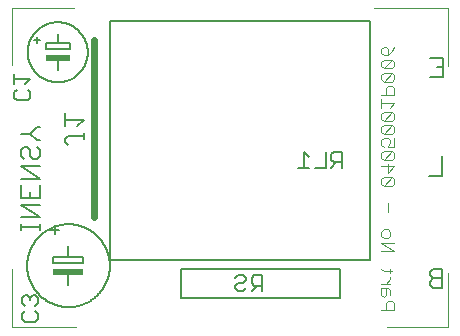
<source format=gto>
G75*
%MOIN*%
%OFA0B0*%
%FSLAX25Y25*%
%IPPOS*%
%LPD*%
%AMOC8*
5,1,8,0,0,1.08239X$1,22.5*
%
%ADD10C,0.00600*%
%ADD11C,0.00500*%
%ADD12C,0.00394*%
%ADD13C,0.00400*%
%ADD14C,0.00787*%
%ADD15C,0.02400*%
%ADD16R,0.08000X0.02000*%
%ADD17R,0.10000X0.02000*%
D10*
X0126714Y0072698D02*
X0126714Y0074833D01*
X0126714Y0073765D02*
X0133120Y0073765D01*
X0133120Y0072698D02*
X0133120Y0074833D01*
X0136674Y0072941D02*
X0139674Y0072941D01*
X0138174Y0074441D02*
X0138174Y0071441D01*
X0142674Y0067441D02*
X0142674Y0063941D01*
X0137674Y0063941D01*
X0137674Y0061941D01*
X0147674Y0061941D01*
X0147674Y0063941D01*
X0142674Y0063941D01*
X0128894Y0060941D02*
X0128898Y0061279D01*
X0128911Y0061617D01*
X0128931Y0061955D01*
X0128960Y0062292D01*
X0128998Y0062628D01*
X0129043Y0062963D01*
X0129097Y0063297D01*
X0129159Y0063629D01*
X0129229Y0063960D01*
X0129307Y0064289D01*
X0129393Y0064616D01*
X0129487Y0064941D01*
X0129590Y0065264D01*
X0129700Y0065583D01*
X0129817Y0065900D01*
X0129943Y0066214D01*
X0130076Y0066525D01*
X0130217Y0066833D01*
X0130365Y0067137D01*
X0130521Y0067437D01*
X0130684Y0067733D01*
X0130854Y0068025D01*
X0131032Y0068313D01*
X0131216Y0068597D01*
X0131408Y0068876D01*
X0131606Y0069150D01*
X0131811Y0069419D01*
X0132022Y0069683D01*
X0132240Y0069942D01*
X0132464Y0070195D01*
X0132694Y0070443D01*
X0132930Y0070685D01*
X0133172Y0070921D01*
X0133420Y0071151D01*
X0133673Y0071375D01*
X0133932Y0071593D01*
X0134196Y0071804D01*
X0134465Y0072009D01*
X0134739Y0072207D01*
X0135018Y0072399D01*
X0135302Y0072583D01*
X0135590Y0072761D01*
X0135882Y0072931D01*
X0136178Y0073094D01*
X0136478Y0073250D01*
X0136782Y0073398D01*
X0137090Y0073539D01*
X0137401Y0073672D01*
X0137715Y0073798D01*
X0138032Y0073915D01*
X0138351Y0074025D01*
X0138674Y0074128D01*
X0138999Y0074222D01*
X0139326Y0074308D01*
X0139655Y0074386D01*
X0139986Y0074456D01*
X0140318Y0074518D01*
X0140652Y0074572D01*
X0140987Y0074617D01*
X0141323Y0074655D01*
X0141660Y0074684D01*
X0141998Y0074704D01*
X0142336Y0074717D01*
X0142674Y0074721D01*
X0143012Y0074717D01*
X0143350Y0074704D01*
X0143688Y0074684D01*
X0144025Y0074655D01*
X0144361Y0074617D01*
X0144696Y0074572D01*
X0145030Y0074518D01*
X0145362Y0074456D01*
X0145693Y0074386D01*
X0146022Y0074308D01*
X0146349Y0074222D01*
X0146674Y0074128D01*
X0146997Y0074025D01*
X0147316Y0073915D01*
X0147633Y0073798D01*
X0147947Y0073672D01*
X0148258Y0073539D01*
X0148566Y0073398D01*
X0148870Y0073250D01*
X0149170Y0073094D01*
X0149466Y0072931D01*
X0149758Y0072761D01*
X0150046Y0072583D01*
X0150330Y0072399D01*
X0150609Y0072207D01*
X0150883Y0072009D01*
X0151152Y0071804D01*
X0151416Y0071593D01*
X0151675Y0071375D01*
X0151928Y0071151D01*
X0152176Y0070921D01*
X0152418Y0070685D01*
X0152654Y0070443D01*
X0152884Y0070195D01*
X0153108Y0069942D01*
X0153326Y0069683D01*
X0153537Y0069419D01*
X0153742Y0069150D01*
X0153940Y0068876D01*
X0154132Y0068597D01*
X0154316Y0068313D01*
X0154494Y0068025D01*
X0154664Y0067733D01*
X0154827Y0067437D01*
X0154983Y0067137D01*
X0155131Y0066833D01*
X0155272Y0066525D01*
X0155405Y0066214D01*
X0155531Y0065900D01*
X0155648Y0065583D01*
X0155758Y0065264D01*
X0155861Y0064941D01*
X0155955Y0064616D01*
X0156041Y0064289D01*
X0156119Y0063960D01*
X0156189Y0063629D01*
X0156251Y0063297D01*
X0156305Y0062963D01*
X0156350Y0062628D01*
X0156388Y0062292D01*
X0156417Y0061955D01*
X0156437Y0061617D01*
X0156450Y0061279D01*
X0156454Y0060941D01*
X0156450Y0060603D01*
X0156437Y0060265D01*
X0156417Y0059927D01*
X0156388Y0059590D01*
X0156350Y0059254D01*
X0156305Y0058919D01*
X0156251Y0058585D01*
X0156189Y0058253D01*
X0156119Y0057922D01*
X0156041Y0057593D01*
X0155955Y0057266D01*
X0155861Y0056941D01*
X0155758Y0056618D01*
X0155648Y0056299D01*
X0155531Y0055982D01*
X0155405Y0055668D01*
X0155272Y0055357D01*
X0155131Y0055049D01*
X0154983Y0054745D01*
X0154827Y0054445D01*
X0154664Y0054149D01*
X0154494Y0053857D01*
X0154316Y0053569D01*
X0154132Y0053285D01*
X0153940Y0053006D01*
X0153742Y0052732D01*
X0153537Y0052463D01*
X0153326Y0052199D01*
X0153108Y0051940D01*
X0152884Y0051687D01*
X0152654Y0051439D01*
X0152418Y0051197D01*
X0152176Y0050961D01*
X0151928Y0050731D01*
X0151675Y0050507D01*
X0151416Y0050289D01*
X0151152Y0050078D01*
X0150883Y0049873D01*
X0150609Y0049675D01*
X0150330Y0049483D01*
X0150046Y0049299D01*
X0149758Y0049121D01*
X0149466Y0048951D01*
X0149170Y0048788D01*
X0148870Y0048632D01*
X0148566Y0048484D01*
X0148258Y0048343D01*
X0147947Y0048210D01*
X0147633Y0048084D01*
X0147316Y0047967D01*
X0146997Y0047857D01*
X0146674Y0047754D01*
X0146349Y0047660D01*
X0146022Y0047574D01*
X0145693Y0047496D01*
X0145362Y0047426D01*
X0145030Y0047364D01*
X0144696Y0047310D01*
X0144361Y0047265D01*
X0144025Y0047227D01*
X0143688Y0047198D01*
X0143350Y0047178D01*
X0143012Y0047165D01*
X0142674Y0047161D01*
X0142336Y0047165D01*
X0141998Y0047178D01*
X0141660Y0047198D01*
X0141323Y0047227D01*
X0140987Y0047265D01*
X0140652Y0047310D01*
X0140318Y0047364D01*
X0139986Y0047426D01*
X0139655Y0047496D01*
X0139326Y0047574D01*
X0138999Y0047660D01*
X0138674Y0047754D01*
X0138351Y0047857D01*
X0138032Y0047967D01*
X0137715Y0048084D01*
X0137401Y0048210D01*
X0137090Y0048343D01*
X0136782Y0048484D01*
X0136478Y0048632D01*
X0136178Y0048788D01*
X0135882Y0048951D01*
X0135590Y0049121D01*
X0135302Y0049299D01*
X0135018Y0049483D01*
X0134739Y0049675D01*
X0134465Y0049873D01*
X0134196Y0050078D01*
X0133932Y0050289D01*
X0133673Y0050507D01*
X0133420Y0050731D01*
X0133172Y0050961D01*
X0132930Y0051197D01*
X0132694Y0051439D01*
X0132464Y0051687D01*
X0132240Y0051940D01*
X0132022Y0052199D01*
X0131811Y0052463D01*
X0131606Y0052732D01*
X0131408Y0053006D01*
X0131216Y0053285D01*
X0131032Y0053569D01*
X0130854Y0053857D01*
X0130684Y0054149D01*
X0130521Y0054445D01*
X0130365Y0054745D01*
X0130217Y0055049D01*
X0130076Y0055357D01*
X0129943Y0055668D01*
X0129817Y0055982D01*
X0129700Y0056299D01*
X0129590Y0056618D01*
X0129487Y0056941D01*
X0129393Y0057266D01*
X0129307Y0057593D01*
X0129229Y0057922D01*
X0129159Y0058253D01*
X0129097Y0058585D01*
X0129043Y0058919D01*
X0128998Y0059254D01*
X0128960Y0059590D01*
X0128931Y0059927D01*
X0128911Y0060265D01*
X0128898Y0060603D01*
X0128894Y0060941D01*
X0142674Y0058441D02*
X0142674Y0054441D01*
X0180296Y0050028D02*
X0180296Y0059965D01*
X0233103Y0059965D01*
X0233103Y0050028D01*
X0180296Y0050028D01*
X0198278Y0053386D02*
X0199163Y0052501D01*
X0200933Y0052501D01*
X0201818Y0053386D01*
X0200933Y0055156D02*
X0199163Y0055156D01*
X0198278Y0054271D01*
X0198278Y0053386D01*
X0200933Y0055156D02*
X0201818Y0056041D01*
X0201818Y0056926D01*
X0200933Y0057811D01*
X0199163Y0057811D01*
X0198278Y0056926D01*
X0203716Y0056926D02*
X0203716Y0055156D01*
X0204601Y0054271D01*
X0207256Y0054271D01*
X0207256Y0052501D02*
X0207256Y0057811D01*
X0204601Y0057811D01*
X0203716Y0056926D01*
X0205486Y0054271D02*
X0203716Y0052501D01*
X0263064Y0054533D02*
X0264132Y0053465D01*
X0267335Y0053465D01*
X0267335Y0059871D01*
X0264132Y0059871D01*
X0263064Y0058803D01*
X0263064Y0057736D01*
X0264132Y0056668D01*
X0267335Y0056668D01*
X0264132Y0056668D02*
X0263064Y0055601D01*
X0263064Y0054533D01*
X0262946Y0090965D02*
X0267216Y0090965D01*
X0267216Y0097371D01*
X0267610Y0123898D02*
X0263340Y0123898D01*
X0267610Y0123898D02*
X0267610Y0130304D01*
X0263340Y0130304D01*
X0265475Y0127101D02*
X0267610Y0127101D01*
X0147765Y0109585D02*
X0141360Y0109585D01*
X0141360Y0107450D02*
X0141360Y0111721D01*
X0145630Y0107450D02*
X0147765Y0109585D01*
X0147765Y0105275D02*
X0147765Y0103140D01*
X0147765Y0104207D02*
X0142427Y0104207D01*
X0141360Y0103140D01*
X0141360Y0102072D01*
X0142427Y0101005D01*
X0133120Y0099534D02*
X0133120Y0097399D01*
X0132052Y0096331D01*
X0130984Y0096331D01*
X0129917Y0097399D01*
X0129917Y0099534D01*
X0128849Y0100601D01*
X0127782Y0100601D01*
X0126714Y0099534D01*
X0126714Y0097399D01*
X0127782Y0096331D01*
X0126714Y0094156D02*
X0133120Y0094156D01*
X0133120Y0089886D02*
X0126714Y0089886D01*
X0126714Y0087710D02*
X0126714Y0083440D01*
X0133120Y0083440D01*
X0133120Y0087710D01*
X0133120Y0089886D02*
X0126714Y0094156D01*
X0133120Y0099534D02*
X0132052Y0100601D01*
X0132052Y0102777D02*
X0129917Y0104912D01*
X0126714Y0104912D01*
X0129917Y0104912D02*
X0132052Y0107047D01*
X0133120Y0107047D01*
X0133120Y0102777D02*
X0132052Y0102777D01*
X0129029Y0115995D02*
X0125489Y0115995D01*
X0124604Y0116880D01*
X0124604Y0118650D01*
X0125489Y0119535D01*
X0129029Y0119535D02*
X0129914Y0118650D01*
X0129914Y0116880D01*
X0129029Y0115995D01*
X0128144Y0121433D02*
X0129914Y0123203D01*
X0124604Y0123203D01*
X0124604Y0121433D02*
X0124604Y0124973D01*
X0135091Y0133083D02*
X0135091Y0135083D01*
X0139091Y0135083D01*
X0143091Y0135083D01*
X0143091Y0133083D01*
X0135091Y0133083D01*
X0133091Y0136083D02*
X0131091Y0136083D01*
X0132091Y0137083D02*
X0132091Y0135083D01*
X0139091Y0135083D02*
X0139091Y0138083D01*
X0129091Y0132083D02*
X0129094Y0132328D01*
X0129103Y0132574D01*
X0129118Y0132819D01*
X0129139Y0133063D01*
X0129166Y0133307D01*
X0129199Y0133550D01*
X0129238Y0133793D01*
X0129283Y0134034D01*
X0129334Y0134274D01*
X0129391Y0134513D01*
X0129453Y0134750D01*
X0129522Y0134986D01*
X0129596Y0135220D01*
X0129676Y0135452D01*
X0129761Y0135682D01*
X0129852Y0135910D01*
X0129949Y0136135D01*
X0130051Y0136359D01*
X0130159Y0136579D01*
X0130272Y0136797D01*
X0130390Y0137012D01*
X0130514Y0137224D01*
X0130642Y0137433D01*
X0130776Y0137639D01*
X0130915Y0137841D01*
X0131059Y0138040D01*
X0131208Y0138235D01*
X0131361Y0138427D01*
X0131519Y0138615D01*
X0131681Y0138799D01*
X0131849Y0138978D01*
X0132020Y0139154D01*
X0132196Y0139325D01*
X0132375Y0139493D01*
X0132559Y0139655D01*
X0132747Y0139813D01*
X0132939Y0139966D01*
X0133134Y0140115D01*
X0133333Y0140259D01*
X0133535Y0140398D01*
X0133741Y0140532D01*
X0133950Y0140660D01*
X0134162Y0140784D01*
X0134377Y0140902D01*
X0134595Y0141015D01*
X0134815Y0141123D01*
X0135039Y0141225D01*
X0135264Y0141322D01*
X0135492Y0141413D01*
X0135722Y0141498D01*
X0135954Y0141578D01*
X0136188Y0141652D01*
X0136424Y0141721D01*
X0136661Y0141783D01*
X0136900Y0141840D01*
X0137140Y0141891D01*
X0137381Y0141936D01*
X0137624Y0141975D01*
X0137867Y0142008D01*
X0138111Y0142035D01*
X0138355Y0142056D01*
X0138600Y0142071D01*
X0138846Y0142080D01*
X0139091Y0142083D01*
X0139336Y0142080D01*
X0139582Y0142071D01*
X0139827Y0142056D01*
X0140071Y0142035D01*
X0140315Y0142008D01*
X0140558Y0141975D01*
X0140801Y0141936D01*
X0141042Y0141891D01*
X0141282Y0141840D01*
X0141521Y0141783D01*
X0141758Y0141721D01*
X0141994Y0141652D01*
X0142228Y0141578D01*
X0142460Y0141498D01*
X0142690Y0141413D01*
X0142918Y0141322D01*
X0143143Y0141225D01*
X0143367Y0141123D01*
X0143587Y0141015D01*
X0143805Y0140902D01*
X0144020Y0140784D01*
X0144232Y0140660D01*
X0144441Y0140532D01*
X0144647Y0140398D01*
X0144849Y0140259D01*
X0145048Y0140115D01*
X0145243Y0139966D01*
X0145435Y0139813D01*
X0145623Y0139655D01*
X0145807Y0139493D01*
X0145986Y0139325D01*
X0146162Y0139154D01*
X0146333Y0138978D01*
X0146501Y0138799D01*
X0146663Y0138615D01*
X0146821Y0138427D01*
X0146974Y0138235D01*
X0147123Y0138040D01*
X0147267Y0137841D01*
X0147406Y0137639D01*
X0147540Y0137433D01*
X0147668Y0137224D01*
X0147792Y0137012D01*
X0147910Y0136797D01*
X0148023Y0136579D01*
X0148131Y0136359D01*
X0148233Y0136135D01*
X0148330Y0135910D01*
X0148421Y0135682D01*
X0148506Y0135452D01*
X0148586Y0135220D01*
X0148660Y0134986D01*
X0148729Y0134750D01*
X0148791Y0134513D01*
X0148848Y0134274D01*
X0148899Y0134034D01*
X0148944Y0133793D01*
X0148983Y0133550D01*
X0149016Y0133307D01*
X0149043Y0133063D01*
X0149064Y0132819D01*
X0149079Y0132574D01*
X0149088Y0132328D01*
X0149091Y0132083D01*
X0149088Y0131838D01*
X0149079Y0131592D01*
X0149064Y0131347D01*
X0149043Y0131103D01*
X0149016Y0130859D01*
X0148983Y0130616D01*
X0148944Y0130373D01*
X0148899Y0130132D01*
X0148848Y0129892D01*
X0148791Y0129653D01*
X0148729Y0129416D01*
X0148660Y0129180D01*
X0148586Y0128946D01*
X0148506Y0128714D01*
X0148421Y0128484D01*
X0148330Y0128256D01*
X0148233Y0128031D01*
X0148131Y0127807D01*
X0148023Y0127587D01*
X0147910Y0127369D01*
X0147792Y0127154D01*
X0147668Y0126942D01*
X0147540Y0126733D01*
X0147406Y0126527D01*
X0147267Y0126325D01*
X0147123Y0126126D01*
X0146974Y0125931D01*
X0146821Y0125739D01*
X0146663Y0125551D01*
X0146501Y0125367D01*
X0146333Y0125188D01*
X0146162Y0125012D01*
X0145986Y0124841D01*
X0145807Y0124673D01*
X0145623Y0124511D01*
X0145435Y0124353D01*
X0145243Y0124200D01*
X0145048Y0124051D01*
X0144849Y0123907D01*
X0144647Y0123768D01*
X0144441Y0123634D01*
X0144232Y0123506D01*
X0144020Y0123382D01*
X0143805Y0123264D01*
X0143587Y0123151D01*
X0143367Y0123043D01*
X0143143Y0122941D01*
X0142918Y0122844D01*
X0142690Y0122753D01*
X0142460Y0122668D01*
X0142228Y0122588D01*
X0141994Y0122514D01*
X0141758Y0122445D01*
X0141521Y0122383D01*
X0141282Y0122326D01*
X0141042Y0122275D01*
X0140801Y0122230D01*
X0140558Y0122191D01*
X0140315Y0122158D01*
X0140071Y0122131D01*
X0139827Y0122110D01*
X0139582Y0122095D01*
X0139336Y0122086D01*
X0139091Y0122083D01*
X0138846Y0122086D01*
X0138600Y0122095D01*
X0138355Y0122110D01*
X0138111Y0122131D01*
X0137867Y0122158D01*
X0137624Y0122191D01*
X0137381Y0122230D01*
X0137140Y0122275D01*
X0136900Y0122326D01*
X0136661Y0122383D01*
X0136424Y0122445D01*
X0136188Y0122514D01*
X0135954Y0122588D01*
X0135722Y0122668D01*
X0135492Y0122753D01*
X0135264Y0122844D01*
X0135039Y0122941D01*
X0134815Y0123043D01*
X0134595Y0123151D01*
X0134377Y0123264D01*
X0134162Y0123382D01*
X0133950Y0123506D01*
X0133741Y0123634D01*
X0133535Y0123768D01*
X0133333Y0123907D01*
X0133134Y0124051D01*
X0132939Y0124200D01*
X0132747Y0124353D01*
X0132559Y0124511D01*
X0132375Y0124673D01*
X0132196Y0124841D01*
X0132020Y0125012D01*
X0131849Y0125188D01*
X0131681Y0125367D01*
X0131519Y0125551D01*
X0131361Y0125739D01*
X0131208Y0125931D01*
X0131059Y0126126D01*
X0130915Y0126325D01*
X0130776Y0126527D01*
X0130642Y0126733D01*
X0130514Y0126942D01*
X0130390Y0127154D01*
X0130272Y0127369D01*
X0130159Y0127587D01*
X0130051Y0127807D01*
X0129949Y0128031D01*
X0129852Y0128256D01*
X0129761Y0128484D01*
X0129676Y0128714D01*
X0129596Y0128946D01*
X0129522Y0129180D01*
X0129453Y0129416D01*
X0129391Y0129653D01*
X0129334Y0129892D01*
X0129283Y0130132D01*
X0129238Y0130373D01*
X0129199Y0130616D01*
X0129166Y0130859D01*
X0129139Y0131103D01*
X0129118Y0131347D01*
X0129103Y0131592D01*
X0129094Y0131838D01*
X0129091Y0132083D01*
X0139091Y0129583D02*
X0139091Y0126083D01*
X0129917Y0085575D02*
X0129917Y0083440D01*
X0126714Y0081265D02*
X0133120Y0081265D01*
X0133120Y0076995D02*
X0126714Y0081265D01*
X0126714Y0076995D02*
X0133120Y0076995D01*
D11*
X0131645Y0051180D02*
X0130743Y0051180D01*
X0129842Y0050279D01*
X0128940Y0051180D01*
X0128038Y0051180D01*
X0127136Y0050279D01*
X0127136Y0048475D01*
X0128038Y0047574D01*
X0129842Y0049377D02*
X0129842Y0050279D01*
X0131645Y0051180D02*
X0132547Y0050279D01*
X0132547Y0048475D01*
X0131645Y0047574D01*
X0131645Y0045743D02*
X0132547Y0044841D01*
X0132547Y0043038D01*
X0131645Y0042136D01*
X0128038Y0042136D01*
X0127136Y0043038D01*
X0127136Y0044841D01*
X0128038Y0045743D01*
X0219320Y0093514D02*
X0222926Y0093514D01*
X0221123Y0093514D02*
X0221123Y0098924D01*
X0222926Y0097121D01*
X0224757Y0093514D02*
X0228364Y0093514D01*
X0228364Y0098924D01*
X0230195Y0098022D02*
X0230195Y0096219D01*
X0231097Y0095317D01*
X0233802Y0095317D01*
X0233802Y0093514D02*
X0233802Y0098924D01*
X0231097Y0098924D01*
X0230195Y0098022D01*
X0231998Y0095317D02*
X0230195Y0093514D01*
D12*
X0145075Y0040469D02*
X0123698Y0040469D01*
X0123698Y0059720D01*
X0123698Y0127870D02*
X0123698Y0146768D01*
X0144603Y0146768D01*
X0244642Y0146768D02*
X0269327Y0146768D01*
X0269327Y0127634D01*
X0269327Y0058421D02*
X0269327Y0040350D01*
X0248894Y0040350D01*
D13*
X0248411Y0046180D02*
X0248411Y0048344D01*
X0249132Y0049066D01*
X0250575Y0049066D01*
X0251296Y0048344D01*
X0251296Y0046180D01*
X0246968Y0046180D01*
X0247690Y0050530D02*
X0248411Y0051252D01*
X0248411Y0053416D01*
X0249132Y0053416D02*
X0246968Y0053416D01*
X0246968Y0051252D01*
X0247690Y0050530D01*
X0249854Y0051252D02*
X0249854Y0052695D01*
X0249132Y0053416D01*
X0248411Y0054881D02*
X0249854Y0056323D01*
X0249854Y0057045D01*
X0249854Y0058506D02*
X0249854Y0059948D01*
X0250575Y0059227D02*
X0247690Y0059227D01*
X0246968Y0059948D01*
X0246968Y0054881D02*
X0249854Y0054881D01*
X0251296Y0065756D02*
X0246968Y0065756D01*
X0246968Y0068641D02*
X0251296Y0065756D01*
X0251296Y0068641D02*
X0246968Y0068641D01*
X0247690Y0070106D02*
X0246968Y0070828D01*
X0246968Y0072270D01*
X0247690Y0072992D01*
X0249132Y0072992D01*
X0249854Y0072270D01*
X0249854Y0070828D01*
X0249132Y0070106D01*
X0247690Y0070106D01*
X0249132Y0078807D02*
X0249132Y0081692D01*
X0247690Y0087507D02*
X0250575Y0090392D01*
X0247690Y0090392D01*
X0246968Y0089671D01*
X0246968Y0088228D01*
X0247690Y0087507D01*
X0250575Y0087507D01*
X0251296Y0088228D01*
X0251296Y0089671D01*
X0250575Y0090392D01*
X0249132Y0091857D02*
X0249132Y0094743D01*
X0247690Y0096207D02*
X0250575Y0099093D01*
X0247690Y0099093D01*
X0246968Y0098371D01*
X0246968Y0096929D01*
X0247690Y0096207D01*
X0250575Y0096207D01*
X0251296Y0096929D01*
X0251296Y0098371D01*
X0250575Y0099093D01*
X0251296Y0100557D02*
X0249132Y0100557D01*
X0249854Y0102000D01*
X0249854Y0102722D01*
X0249132Y0103443D01*
X0247690Y0103443D01*
X0246968Y0102722D01*
X0246968Y0101279D01*
X0247690Y0100557D01*
X0251296Y0100557D02*
X0251296Y0103443D01*
X0250575Y0104908D02*
X0247690Y0104908D01*
X0250575Y0107793D01*
X0247690Y0107793D01*
X0246968Y0107072D01*
X0246968Y0105629D01*
X0247690Y0104908D01*
X0250575Y0104908D02*
X0251296Y0105629D01*
X0251296Y0107072D01*
X0250575Y0107793D01*
X0250575Y0109258D02*
X0247690Y0109258D01*
X0250575Y0112143D01*
X0247690Y0112143D01*
X0246968Y0111422D01*
X0246968Y0109979D01*
X0247690Y0109258D01*
X0250575Y0109258D02*
X0251296Y0109979D01*
X0251296Y0111422D01*
X0250575Y0112143D01*
X0249854Y0113608D02*
X0251296Y0115051D01*
X0246968Y0115051D01*
X0246968Y0116493D02*
X0246968Y0113608D01*
X0246968Y0117958D02*
X0251296Y0117958D01*
X0251296Y0120122D01*
X0250575Y0120844D01*
X0249132Y0120844D01*
X0248411Y0120122D01*
X0248411Y0117958D01*
X0247690Y0122308D02*
X0250575Y0125194D01*
X0247690Y0125194D01*
X0246968Y0124472D01*
X0246968Y0123030D01*
X0247690Y0122308D01*
X0250575Y0122308D01*
X0251296Y0123030D01*
X0251296Y0124472D01*
X0250575Y0125194D01*
X0250575Y0126658D02*
X0247690Y0126658D01*
X0250575Y0129544D01*
X0247690Y0129544D01*
X0246968Y0128823D01*
X0246968Y0127380D01*
X0247690Y0126658D01*
X0250575Y0126658D02*
X0251296Y0127380D01*
X0251296Y0128823D01*
X0250575Y0129544D01*
X0249132Y0131009D02*
X0249132Y0133173D01*
X0248411Y0133894D01*
X0247690Y0133894D01*
X0246968Y0133173D01*
X0246968Y0131730D01*
X0247690Y0131009D01*
X0249132Y0131009D01*
X0250575Y0132451D01*
X0251296Y0133894D01*
X0251296Y0094021D02*
X0246968Y0094021D01*
X0249132Y0091857D02*
X0251296Y0094021D01*
D14*
X0243146Y0062713D02*
X0156532Y0062713D01*
X0156532Y0142634D01*
X0243146Y0142634D01*
X0243146Y0062713D01*
D15*
X0151217Y0077201D02*
X0151217Y0136020D01*
D16*
X0139091Y0130083D03*
D17*
X0142674Y0058941D03*
M02*

</source>
